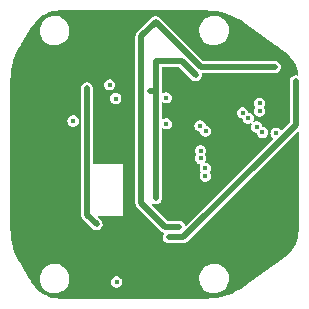
<source format=gbl>
%TF.GenerationSoftware,KiCad,Pcbnew,7.0.9*%
%TF.CreationDate,2024-09-28T05:56:50+08:00*%
%TF.ProjectId,cameraadapt,63616d65-7261-4616-9461-70742e6b6963,rev?*%
%TF.SameCoordinates,Original*%
%TF.FileFunction,Copper,L4,Bot*%
%TF.FilePolarity,Positive*%
%FSLAX46Y46*%
G04 Gerber Fmt 4.6, Leading zero omitted, Abs format (unit mm)*
G04 Created by KiCad (PCBNEW 7.0.9) date 2024-09-28 05:56:50*
%MOMM*%
%LPD*%
G01*
G04 APERTURE LIST*
%TA.AperFunction,ViaPad*%
%ADD10C,0.450000*%
%TD*%
%TA.AperFunction,Conductor*%
%ADD11C,0.508000*%
%TD*%
G04 APERTURE END LIST*
D10*
%TO.N,/MD1_N*%
X5600000Y-325000D03*
%TO.N,/MD1_P*%
X5600000Y325000D03*
%TO.N,/MD1_N*%
X9629810Y3070190D03*
%TO.N,/MD1_P*%
X9170190Y3529810D03*
%TO.N,/MCLK_N*%
X6029810Y1970190D03*
%TO.N,/MCLK_P*%
X5570190Y2429810D03*
%TO.N,/MD0_N*%
X6000000Y-1825000D03*
%TO.N,/MD0_P*%
X6000000Y-1175000D03*
X10370190Y2329810D03*
%TO.N,/MD0_N*%
X10829810Y1870190D03*
%TO.N,/MCLK_N*%
X10600000Y3675000D03*
%TO.N,/MCLK_P*%
X10600000Y4325000D03*
%TO.N,GND*%
X-4000000Y11900000D03*
X-4000000Y-11500000D03*
X3800000Y11100000D03*
X-6000000Y-3700000D03*
X-6000000Y-2300000D03*
X-6000000Y-800000D03*
X-6000000Y700000D03*
X11700000Y-1400000D03*
X4500000Y-4700000D03*
X4500000Y2300000D03*
X-5200000Y3800000D03*
X-2900000Y3200000D03*
X-4200000Y-6000000D03*
X-3200000Y-500000D03*
X2800000Y-2500000D03*
X-500000Y-6500000D03*
X600000Y-10600000D03*
X-1700000Y-9400000D03*
X11600000Y6100000D03*
X12000000Y-9000000D03*
X13000000Y-8000000D03*
X13000000Y8000000D03*
X12000000Y9000000D03*
X-2800000Y6600000D03*
X-2800000Y10000000D03*
X-300000Y10200000D03*
X-300000Y11000000D03*
X-2300000Y800000D03*
%TO.N,/XSHUTDOWN*%
X2700000Y2600000D03*
X12000000Y1800000D03*
%TO.N,+1V2*%
X13646000Y6200000D03*
%TO.N,+2V8*%
X1800000Y11200000D03*
X11900000Y7400000D03*
X3800000Y-6100000D03*
%TO.N,+1V8*%
X5200000Y6700000D03*
X1800000Y-3700000D03*
X1800000Y7900000D03*
X1300000Y5400000D03*
%TO.N,+1V2*%
X2900000Y-7000000D03*
X3800000Y-7000000D03*
%TO.N,/SDA_1V8*%
X2700000Y4800000D03*
X-1577676Y4745500D03*
%TO.N,+3.3V*%
X-3200000Y-5900000D03*
X-4000000Y5600000D03*
%TO.N,/EN*%
X-1500000Y-10800000D03*
X-2100000Y5900000D03*
X-5181480Y2834815D03*
%TD*%
D11*
%TO.N,+1V2*%
X13646000Y2496000D02*
X13646000Y6200000D01*
X11796793Y646793D02*
X13646000Y2496000D01*
X4150000Y-7000000D02*
X11796793Y646793D01*
X2900000Y-7000000D02*
X4150000Y-7000000D01*
%TO.N,+2V8*%
X600000Y10000000D02*
X1800000Y11200000D01*
X600000Y-4100000D02*
X600000Y10000000D01*
X2600000Y-6100000D02*
X600000Y-4100000D01*
X3800000Y-6100000D02*
X2600000Y-6100000D01*
X1800000Y11200000D02*
X5600000Y7400000D01*
X5600000Y7400000D02*
X11900000Y7400000D01*
%TO.N,+1V8*%
X1800000Y7900000D02*
X1800000Y5400000D01*
X1800000Y5400000D02*
X1800000Y-3700000D01*
X1300000Y5400000D02*
X1800000Y5400000D01*
X4000000Y7900000D02*
X1800000Y7900000D01*
X5200000Y6700000D02*
X4000000Y7900000D01*
%TO.N,+3.3V*%
X-4000000Y-5100000D02*
X-4000000Y5600000D01*
X-3200000Y-5900000D02*
X-4000000Y-5100000D01*
%TD*%
%TA.AperFunction,Conductor*%
%TO.N,GND*%
G36*
X6497460Y12182014D02*
G01*
X6500355Y12181786D01*
X6941561Y12129606D01*
X6944429Y12129152D01*
X7380169Y12042547D01*
X7382993Y12041870D01*
X7810619Y11921364D01*
X7813381Y11920467D01*
X8230234Y11766810D01*
X8232918Y11765699D01*
X8636438Y11579836D01*
X8639027Y11578519D01*
X9026751Y11361582D01*
X9029221Y11360070D01*
X9399940Y11112606D01*
X9438458Y11084649D01*
X9438459Y11084648D01*
X12525244Y8844239D01*
X12747157Y8683173D01*
X12784902Y8655777D01*
X12786440Y8654598D01*
X13003947Y8478629D01*
X13006829Y8476035D01*
X13204074Y8278951D01*
X13206670Y8276070D01*
X13382208Y8059454D01*
X13384488Y8056317D01*
X13536424Y7822509D01*
X13538360Y7819158D01*
X13581890Y7733778D01*
X13665003Y7570758D01*
X13666581Y7567216D01*
X13766551Y7306930D01*
X13767750Y7303243D01*
X13839954Y7033925D01*
X13840760Y7030132D01*
X13882537Y6766511D01*
X13872883Y6716822D01*
X13833547Y6684963D01*
X13788602Y6683927D01*
X13751206Y6694907D01*
X13718538Y6704500D01*
X13718536Y6704500D01*
X13573464Y6704500D01*
X13573461Y6704500D01*
X13500986Y6683219D01*
X13434268Y6663629D01*
X13312225Y6585196D01*
X13312222Y6585192D01*
X13312221Y6585192D01*
X13217223Y6475559D01*
X13217223Y6475558D01*
X13156958Y6343596D01*
X13156957Y6343593D01*
X13156957Y6343592D01*
X13141500Y6236087D01*
X13141500Y2735623D01*
X13124187Y2688057D01*
X13119826Y2683297D01*
X12503096Y2066567D01*
X12457220Y2045175D01*
X12408325Y2058276D01*
X12394846Y2070431D01*
X12314589Y2163055D01*
X12199561Y2236978D01*
X12155829Y2249818D01*
X12068369Y2275500D01*
X12068367Y2275500D01*
X11931633Y2275500D01*
X11931631Y2275500D01*
X11800439Y2236978D01*
X11685411Y2163055D01*
X11595870Y2059718D01*
X11547050Y1952818D01*
X11539068Y1935339D01*
X11519610Y1800000D01*
X11539068Y1664660D01*
X11595871Y1540280D01*
X11685410Y1436946D01*
X11685416Y1436941D01*
X11722647Y1413014D01*
X11753302Y1372733D01*
X11750893Y1322172D01*
X11734965Y1298436D01*
X11465572Y1029043D01*
X4416425Y-6020103D01*
X4370549Y-6041495D01*
X4321654Y-6028394D01*
X4293097Y-5988626D01*
X4263629Y-5888269D01*
X4263629Y-5888268D01*
X4185196Y-5766225D01*
X4185192Y-5766222D01*
X4185192Y-5766221D01*
X4075559Y-5671223D01*
X4040924Y-5655406D01*
X3943596Y-5610958D01*
X3943591Y-5610957D01*
X3943592Y-5610957D01*
X3836087Y-5595500D01*
X3836083Y-5595500D01*
X2839623Y-5595500D01*
X2792057Y-5578187D01*
X2787297Y-5573826D01*
X1484024Y-4270553D01*
X1462632Y-4224677D01*
X1475733Y-4175782D01*
X1517197Y-4146748D01*
X1567624Y-4151160D01*
X1576348Y-4155968D01*
X1588268Y-4163629D01*
X1695576Y-4195137D01*
X1727460Y-4204499D01*
X1727462Y-4204500D01*
X1727464Y-4204500D01*
X1872538Y-4204500D01*
X1872539Y-4204499D01*
X2011732Y-4163629D01*
X2133775Y-4085196D01*
X2228777Y-3975558D01*
X2289042Y-3843596D01*
X2304500Y-3736083D01*
X2304500Y-325000D01*
X5119610Y-325000D01*
X5139068Y-460339D01*
X5139068Y-460340D01*
X5139069Y-460342D01*
X5195870Y-584718D01*
X5285411Y-688055D01*
X5400439Y-761978D01*
X5531631Y-800500D01*
X5534115Y-800500D01*
X5535736Y-801090D01*
X5536869Y-801253D01*
X5536834Y-801489D01*
X5581681Y-817813D01*
X5606991Y-861650D01*
X5598201Y-911500D01*
X5596369Y-914506D01*
X5595870Y-915281D01*
X5539068Y-1039660D01*
X5519610Y-1175000D01*
X5539068Y-1310339D01*
X5595870Y-1434718D01*
X5595871Y-1434719D01*
X5610447Y-1451542D01*
X5628511Y-1498828D01*
X5611953Y-1546663D01*
X5610447Y-1548458D01*
X5595871Y-1565280D01*
X5595870Y-1565281D01*
X5539068Y-1689660D01*
X5519610Y-1825000D01*
X5539068Y-1960339D01*
X5539068Y-1960340D01*
X5539069Y-1960342D01*
X5595870Y-2084718D01*
X5685411Y-2188055D01*
X5800439Y-2261978D01*
X5931631Y-2300500D01*
X5931633Y-2300500D01*
X6068368Y-2300500D01*
X6133964Y-2281239D01*
X6199561Y-2261978D01*
X6314589Y-2188055D01*
X6404130Y-2084718D01*
X6460931Y-1960342D01*
X6480390Y-1825000D01*
X6460931Y-1689658D01*
X6404130Y-1565282D01*
X6389551Y-1548457D01*
X6371487Y-1501175D01*
X6388042Y-1453340D01*
X6389505Y-1451595D01*
X6404130Y-1434718D01*
X6460931Y-1310342D01*
X6480390Y-1175000D01*
X6460931Y-1039658D01*
X6404130Y-915282D01*
X6314589Y-811945D01*
X6314585Y-811942D01*
X6236838Y-761978D01*
X6199561Y-738022D01*
X6199560Y-738021D01*
X6068369Y-699500D01*
X6068367Y-699500D01*
X6065885Y-699500D01*
X6064263Y-698909D01*
X6063131Y-698747D01*
X6063165Y-698510D01*
X6018319Y-682187D01*
X5993009Y-638350D01*
X6001799Y-588500D01*
X6003631Y-585494D01*
X6004126Y-584722D01*
X6004130Y-584718D01*
X6060931Y-460342D01*
X6080390Y-325000D01*
X6060931Y-189658D01*
X6004130Y-65282D01*
X5989551Y-48457D01*
X5971487Y-1175D01*
X5988042Y46660D01*
X5989505Y48404D01*
X6004130Y65282D01*
X6060931Y189658D01*
X6080390Y325000D01*
X6060931Y460342D01*
X6004130Y584718D01*
X5914589Y688055D01*
X5799561Y761978D01*
X5755829Y774818D01*
X5668369Y800500D01*
X5668367Y800500D01*
X5531633Y800500D01*
X5531631Y800500D01*
X5400439Y761978D01*
X5285411Y688055D01*
X5195870Y584718D01*
X5139069Y460342D01*
X5139068Y460339D01*
X5119610Y325000D01*
X5139068Y189660D01*
X5195870Y65281D01*
X5195871Y65280D01*
X5210447Y48458D01*
X5228511Y1172D01*
X5211953Y-46663D01*
X5210447Y-48458D01*
X5195871Y-65280D01*
X5195870Y-65281D01*
X5139068Y-189660D01*
X5119610Y-325000D01*
X2304500Y-325000D01*
X2304500Y2153422D01*
X2321813Y2200988D01*
X2365650Y2226298D01*
X2415500Y2217508D01*
X2418507Y2215675D01*
X2500437Y2163023D01*
X2500439Y2163021D01*
X2631631Y2124500D01*
X2631633Y2124500D01*
X2768369Y2124500D01*
X2899560Y2163021D01*
X2899561Y2163022D01*
X2998022Y2226298D01*
X3014585Y2236942D01*
X3014589Y2236945D01*
X3104130Y2340282D01*
X3145016Y2429810D01*
X5089800Y2429810D01*
X5109258Y2294470D01*
X5166061Y2170090D01*
X5223964Y2103265D01*
X5252711Y2070090D01*
X5255604Y2066752D01*
X5370627Y1992833D01*
X5370629Y1992831D01*
X5506902Y1952818D01*
X5506203Y1950439D01*
X5542559Y1930944D01*
X5560639Y1892155D01*
X5568878Y1834850D01*
X5625681Y1710470D01*
X5683584Y1643645D01*
X5712331Y1610470D01*
X5715224Y1607132D01*
X5830247Y1533213D01*
X5830249Y1533211D01*
X5961441Y1494690D01*
X5961443Y1494690D01*
X6098179Y1494690D01*
X6229370Y1533211D01*
X6229371Y1533212D01*
X6281617Y1566788D01*
X6344395Y1607132D01*
X6344399Y1607135D01*
X6433940Y1710472D01*
X6490741Y1834848D01*
X6510200Y1970190D01*
X6490741Y2105532D01*
X6433940Y2229908D01*
X6344399Y2333245D01*
X6229371Y2407168D01*
X6187948Y2419330D01*
X6093098Y2447182D01*
X6093799Y2449571D01*
X6057481Y2469008D01*
X6039360Y2507846D01*
X6031121Y2565149D01*
X6031121Y2565152D01*
X5974320Y2689528D01*
X5884779Y2792865D01*
X5769751Y2866788D01*
X5726019Y2879628D01*
X5638559Y2905310D01*
X5638557Y2905310D01*
X5501823Y2905310D01*
X5501821Y2905310D01*
X5380468Y2869677D01*
X5370629Y2866788D01*
X5255601Y2792865D01*
X5166060Y2689528D01*
X5116365Y2580712D01*
X5109258Y2565149D01*
X5089800Y2429810D01*
X3145016Y2429810D01*
X3160931Y2464658D01*
X3180390Y2600000D01*
X3160931Y2735342D01*
X3104130Y2859718D01*
X3014589Y2963055D01*
X2899561Y3036978D01*
X2840534Y3054310D01*
X2768369Y3075500D01*
X2768367Y3075500D01*
X2631633Y3075500D01*
X2631631Y3075500D01*
X2500439Y3036978D01*
X2418507Y2984324D01*
X2369132Y2973172D01*
X2324140Y2996368D01*
X2304584Y3043056D01*
X2304500Y3046577D01*
X2304500Y3529810D01*
X8689800Y3529810D01*
X8709258Y3394470D01*
X8766061Y3270090D01*
X8855604Y3166752D01*
X8970627Y3092833D01*
X8970629Y3092831D01*
X9106902Y3052818D01*
X9106203Y3050439D01*
X9142559Y3030944D01*
X9160639Y2992155D01*
X9168878Y2934850D01*
X9168879Y2934848D01*
X9203189Y2859719D01*
X9225681Y2810470D01*
X9315224Y2707132D01*
X9430247Y2633213D01*
X9430249Y2633211D01*
X9561441Y2594690D01*
X9561443Y2594690D01*
X9698179Y2594690D01*
X9829370Y2633211D01*
X9829373Y2633213D01*
X9839065Y2639442D01*
X9888440Y2650595D01*
X9933432Y2627400D01*
X9952989Y2580712D01*
X9946386Y2546450D01*
X9909258Y2465151D01*
X9889800Y2329810D01*
X9909258Y2194470D01*
X9966061Y2070090D01*
X10023964Y2003265D01*
X10033005Y1992832D01*
X10055604Y1966752D01*
X10170627Y1892833D01*
X10170629Y1892831D01*
X10306902Y1852818D01*
X10306203Y1850439D01*
X10342559Y1830944D01*
X10360639Y1792155D01*
X10368878Y1734850D01*
X10425681Y1610470D01*
X10483584Y1543645D01*
X10492625Y1533212D01*
X10515224Y1507132D01*
X10630247Y1433213D01*
X10630249Y1433211D01*
X10761441Y1394690D01*
X10761443Y1394690D01*
X10898179Y1394690D01*
X11029370Y1433211D01*
X11029371Y1433212D01*
X11125034Y1494690D01*
X11144395Y1507132D01*
X11144399Y1507135D01*
X11233940Y1610472D01*
X11290741Y1734848D01*
X11310200Y1870190D01*
X11290741Y2005532D01*
X11233940Y2129908D01*
X11144399Y2233245D01*
X11029371Y2307168D01*
X10987948Y2319330D01*
X10893098Y2347182D01*
X10893799Y2349571D01*
X10857481Y2369008D01*
X10839360Y2407846D01*
X10833919Y2445690D01*
X10831121Y2465152D01*
X10774320Y2589528D01*
X10684779Y2692865D01*
X10569751Y2766788D01*
X10526019Y2779628D01*
X10438559Y2805310D01*
X10438557Y2805310D01*
X10301823Y2805310D01*
X10301821Y2805310D01*
X10170629Y2766788D01*
X10170624Y2766785D01*
X10160935Y2760558D01*
X10111560Y2749404D01*
X10066568Y2772598D01*
X10047010Y2819286D01*
X10053613Y2853550D01*
X10056430Y2859718D01*
X10090741Y2934848D01*
X10110200Y3070190D01*
X10090741Y3205532D01*
X10033940Y3329908D01*
X9944399Y3433245D01*
X9829371Y3507168D01*
X9787948Y3519330D01*
X9693098Y3547182D01*
X9693799Y3549571D01*
X9657481Y3569008D01*
X9639360Y3607846D01*
X9631121Y3665149D01*
X9631121Y3665152D01*
X9626624Y3675000D01*
X10119610Y3675000D01*
X10139068Y3539660D01*
X10195871Y3415280D01*
X10285414Y3311942D01*
X10400437Y3238023D01*
X10400439Y3238021D01*
X10531631Y3199500D01*
X10531633Y3199500D01*
X10668369Y3199500D01*
X10799560Y3238021D01*
X10799561Y3238022D01*
X10912053Y3310315D01*
X10914585Y3311942D01*
X10914589Y3311945D01*
X11004130Y3415282D01*
X11060931Y3539658D01*
X11080390Y3675000D01*
X11060931Y3810342D01*
X11004130Y3934718D01*
X10989551Y3951542D01*
X10971487Y3998825D01*
X10988042Y4046660D01*
X10989505Y4048404D01*
X11004130Y4065282D01*
X11060931Y4189658D01*
X11080390Y4325000D01*
X11060931Y4460342D01*
X11004130Y4584718D01*
X10914589Y4688055D01*
X10799561Y4761978D01*
X10755829Y4774818D01*
X10668369Y4800500D01*
X10668367Y4800500D01*
X10531633Y4800500D01*
X10531631Y4800500D01*
X10400439Y4761978D01*
X10285411Y4688055D01*
X10195870Y4584718D01*
X10139069Y4460342D01*
X10139068Y4460339D01*
X10119610Y4325000D01*
X10139068Y4189660D01*
X10195870Y4065281D01*
X10195871Y4065280D01*
X10210447Y4048458D01*
X10228511Y4001172D01*
X10211953Y3953337D01*
X10210447Y3951542D01*
X10195871Y3934719D01*
X10195870Y3934718D01*
X10139068Y3810339D01*
X10119610Y3675000D01*
X9626624Y3675000D01*
X9574320Y3789528D01*
X9484779Y3892865D01*
X9369751Y3966788D01*
X9326019Y3979628D01*
X9238559Y4005310D01*
X9238557Y4005310D01*
X9101823Y4005310D01*
X9101821Y4005310D01*
X8970629Y3966788D01*
X8855601Y3892865D01*
X8766060Y3789528D01*
X8709259Y3665152D01*
X8709258Y3665149D01*
X8689800Y3529810D01*
X2304500Y3529810D01*
X2304500Y4353422D01*
X2321813Y4400988D01*
X2365650Y4426298D01*
X2415500Y4417508D01*
X2418507Y4415675D01*
X2500437Y4363023D01*
X2500439Y4363021D01*
X2631631Y4324500D01*
X2631633Y4324500D01*
X2768369Y4324500D01*
X2899560Y4363021D01*
X2899561Y4363022D01*
X2998022Y4426298D01*
X3014585Y4436942D01*
X3014589Y4436945D01*
X3104130Y4540282D01*
X3160931Y4664658D01*
X3180390Y4800000D01*
X3160931Y4935342D01*
X3104130Y5059718D01*
X3014589Y5163055D01*
X2899561Y5236978D01*
X2855829Y5249818D01*
X2768369Y5275500D01*
X2768367Y5275500D01*
X2631633Y5275500D01*
X2631631Y5275500D01*
X2500439Y5236978D01*
X2437248Y5196368D01*
X2418507Y5184324D01*
X2369132Y5173172D01*
X2324140Y5196368D01*
X2304584Y5243056D01*
X2304500Y5246577D01*
X2304500Y7321500D01*
X2321813Y7369066D01*
X2365650Y7394376D01*
X2378500Y7395500D01*
X3760377Y7395500D01*
X3807943Y7378187D01*
X3812703Y7373826D01*
X4868779Y6317749D01*
X4955733Y6252657D01*
X5091658Y6201959D01*
X5236353Y6191610D01*
X5236362Y6191611D01*
X5378118Y6222448D01*
X5378119Y6222448D01*
X5505439Y6291971D01*
X5505441Y6291972D01*
X5505444Y6291974D01*
X5608026Y6394556D01*
X5677552Y6521882D01*
X5708389Y6663640D01*
X5708389Y6663646D01*
X5697663Y6813621D01*
X5699686Y6813765D01*
X5705400Y6855920D01*
X5742851Y6889975D01*
X5770908Y6895500D01*
X11936087Y6895500D01*
X12043592Y6910957D01*
X12043593Y6910957D01*
X12043596Y6910958D01*
X12128600Y6949778D01*
X12175559Y6971223D01*
X12285192Y7066221D01*
X12285192Y7066222D01*
X12285196Y7066225D01*
X12363629Y7188268D01*
X12404499Y7327460D01*
X12404500Y7327461D01*
X12404500Y7472538D01*
X12404499Y7472539D01*
X12384307Y7541308D01*
X12363629Y7611732D01*
X12285196Y7733775D01*
X12175558Y7828777D01*
X12043596Y7889042D01*
X11936083Y7904500D01*
X11936077Y7904500D01*
X5839623Y7904500D01*
X5792057Y7921813D01*
X5787297Y7926174D01*
X3996295Y9717176D01*
X3269800Y10443671D01*
X5495709Y10443671D01*
X5525924Y10220618D01*
X5525926Y10220607D01*
X5595481Y10006539D01*
X5595486Y10006529D01*
X5702149Y9808315D01*
X5702150Y9808314D01*
X5842489Y9632336D01*
X6012002Y9484236D01*
X6012008Y9484231D01*
X6205236Y9368784D01*
X6415972Y9289694D01*
X6415971Y9289694D01*
X6415975Y9289693D01*
X6415976Y9289693D01*
X6637453Y9249500D01*
X6637456Y9249500D01*
X6806157Y9249500D01*
X6918177Y9259582D01*
X6974188Y9264623D01*
X7191170Y9324507D01*
X7393973Y9422171D01*
X7393975Y9422172D01*
X7576074Y9554474D01*
X7731633Y9717176D01*
X7855636Y9905034D01*
X7918734Y10052659D01*
X7944103Y10112012D01*
X7994191Y10331463D01*
X7999230Y10443670D01*
X8004290Y10556321D01*
X8004290Y10556330D01*
X7989091Y10668533D01*
X7974075Y10779387D01*
X7904517Y10993464D01*
X7797852Y11191681D01*
X7657508Y11367666D01*
X7487996Y11515765D01*
X7294764Y11631215D01*
X7084024Y11710307D01*
X6862547Y11750500D01*
X6693845Y11750500D01*
X6693843Y11750500D01*
X6668211Y11748192D01*
X6525812Y11735377D01*
X6308830Y11675493D01*
X6106027Y11577829D01*
X6106024Y11577827D01*
X5923925Y11445525D01*
X5768366Y11282823D01*
X5644363Y11094965D01*
X5555898Y10887990D01*
X5555896Y10887985D01*
X5505808Y10668533D01*
X5495709Y10443678D01*
X5495709Y10443671D01*
X3269800Y10443671D01*
X2131221Y11582250D01*
X2131219Y11582250D01*
X2127006Y11586464D01*
X2127000Y11586468D01*
X2105444Y11608026D01*
X2078084Y11622964D01*
X2069228Y11628656D01*
X2044267Y11647343D01*
X2015063Y11658234D01*
X2005460Y11662621D01*
X1978118Y11677552D01*
X1947651Y11684179D01*
X1937549Y11687145D01*
X1908342Y11698040D01*
X1877250Y11700263D01*
X1866804Y11701766D01*
X1836366Y11708388D01*
X1836365Y11708388D01*
X1836360Y11708389D01*
X1805270Y11706165D01*
X1794730Y11706165D01*
X1763640Y11708389D01*
X1733186Y11701763D01*
X1722748Y11700263D01*
X1691658Y11698040D01*
X1691655Y11698039D01*
X1691654Y11698039D01*
X1662460Y11687149D01*
X1652343Y11684177D01*
X1621882Y11677552D01*
X1594526Y11662614D01*
X1584928Y11658231D01*
X1555733Y11647342D01*
X1555732Y11647341D01*
X1530787Y11628668D01*
X1521905Y11622959D01*
X1494555Y11608026D01*
X1494554Y11608025D01*
X287241Y10400712D01*
X274923Y10390786D01*
X266225Y10385196D01*
X266222Y10385193D01*
X266221Y10385192D01*
X231392Y10344997D01*
X229592Y10343063D01*
X217748Y10331219D01*
X207711Y10317811D01*
X206053Y10315755D01*
X171222Y10275557D01*
X166926Y10266150D01*
X158857Y10252550D01*
X152656Y10244265D01*
X134066Y10194423D01*
X133055Y10191982D01*
X110958Y10143596D01*
X110956Y10143589D01*
X109484Y10133354D01*
X105573Y10118030D01*
X101960Y10108342D01*
X101959Y10108338D01*
X98164Y10055283D01*
X97882Y10052659D01*
X95500Y10036085D01*
X95500Y10019331D01*
X95406Y10016713D01*
X92578Y9977165D01*
X91611Y9963644D01*
X91611Y9963640D01*
X93809Y9953535D01*
X95500Y9937806D01*
X95500Y-4037806D01*
X93809Y-4053535D01*
X91611Y-4063636D01*
X91611Y-4063640D01*
X95406Y-4116713D01*
X95500Y-4119331D01*
X95500Y-4136085D01*
X97882Y-4152659D01*
X98164Y-4155283D01*
X101959Y-4208338D01*
X101960Y-4208342D01*
X105573Y-4218030D01*
X109484Y-4233354D01*
X110956Y-4243589D01*
X110958Y-4243596D01*
X133055Y-4291982D01*
X134066Y-4294423D01*
X152656Y-4344265D01*
X158857Y-4352550D01*
X166926Y-4366150D01*
X171222Y-4375557D01*
X206053Y-4415755D01*
X207711Y-4417811D01*
X217748Y-4431219D01*
X229592Y-4443063D01*
X231392Y-4444997D01*
X266221Y-4485192D01*
X266222Y-4485193D01*
X266225Y-4485196D01*
X274923Y-4490786D01*
X287241Y-4500712D01*
X2199287Y-6412758D01*
X2209211Y-6425073D01*
X2214804Y-6433775D01*
X2255014Y-6468617D01*
X2256935Y-6470406D01*
X2268779Y-6482250D01*
X2278883Y-6489813D01*
X2282180Y-6492282D01*
X2284236Y-6493938D01*
X2324442Y-6528777D01*
X2333847Y-6533072D01*
X2347453Y-6541145D01*
X2355733Y-6547343D01*
X2405578Y-6565934D01*
X2408007Y-6566940D01*
X2461219Y-6591241D01*
X2460155Y-6593569D01*
X2493178Y-6617889D01*
X2505107Y-6667083D01*
X2493817Y-6698880D01*
X2436371Y-6788266D01*
X2436370Y-6788270D01*
X2395500Y-6927460D01*
X2395500Y-7072539D01*
X2396961Y-7077513D01*
X2436371Y-7211732D01*
X2514804Y-7333775D01*
X2514806Y-7333777D01*
X2514807Y-7333778D01*
X2624440Y-7428776D01*
X2624441Y-7428776D01*
X2624442Y-7428777D01*
X2756404Y-7489042D01*
X2863917Y-7504500D01*
X4087806Y-7504500D01*
X4103535Y-7506191D01*
X4108772Y-7507330D01*
X4113640Y-7508389D01*
X4166713Y-7504593D01*
X4169333Y-7504500D01*
X4186079Y-7504500D01*
X4186083Y-7504500D01*
X4202692Y-7502111D01*
X4205266Y-7501835D01*
X4258342Y-7498040D01*
X4268030Y-7494425D01*
X4283356Y-7490513D01*
X4293596Y-7489042D01*
X4341979Y-7466946D01*
X4344421Y-7465934D01*
X4394264Y-7447344D01*
X4394263Y-7447344D01*
X4394267Y-7447343D01*
X4402547Y-7441144D01*
X4416153Y-7433071D01*
X4425558Y-7428777D01*
X4465773Y-7393929D01*
X4467800Y-7392295D01*
X4481221Y-7382250D01*
X4493061Y-7370409D01*
X4494970Y-7368629D01*
X4535196Y-7333775D01*
X4540786Y-7325074D01*
X4550707Y-7312762D01*
X12179043Y315572D01*
X13773174Y1909703D01*
X13819050Y1931095D01*
X13867945Y1917994D01*
X13896979Y1876530D01*
X13899500Y1857377D01*
X13899500Y-6469550D01*
X13899449Y-6471479D01*
X13887524Y-6698880D01*
X13884797Y-6750885D01*
X13884391Y-6754742D01*
X13840749Y-7030133D01*
X13839943Y-7033926D01*
X13767741Y-7303239D01*
X13766542Y-7306926D01*
X13666571Y-7567214D01*
X13664993Y-7570756D01*
X13538352Y-7819154D01*
X13536412Y-7822511D01*
X13384487Y-8056305D01*
X13382207Y-8059441D01*
X13206657Y-8276074D01*
X13204061Y-8278954D01*
X13006829Y-8476030D01*
X13003946Y-8478623D01*
X12786409Y-8654620D01*
X12784871Y-8655799D01*
X12747155Y-8683175D01*
X9441636Y-11082341D01*
X9441620Y-11082354D01*
X9438458Y-11084648D01*
X9438458Y-11084649D01*
X9399940Y-11112606D01*
X9029221Y-11360070D01*
X9026751Y-11361582D01*
X8639027Y-11578519D01*
X8636438Y-11579836D01*
X8232918Y-11765699D01*
X8230234Y-11766810D01*
X7813381Y-11920467D01*
X7810619Y-11921364D01*
X7382993Y-12041870D01*
X7380169Y-12042547D01*
X6944429Y-12129152D01*
X6941561Y-12129606D01*
X6500355Y-12181786D01*
X6497460Y-12182014D01*
X6052080Y-12199500D01*
X-6332282Y-12199500D01*
X-6334367Y-12199441D01*
X-6634813Y-12182494D01*
X-6638957Y-12182025D01*
X-6786746Y-12156804D01*
X-6934546Y-12131580D01*
X-6938602Y-12130651D01*
X-6942213Y-12129606D01*
X-7002063Y-12112284D01*
X-7226651Y-12047283D01*
X-7230585Y-12045900D01*
X-7507425Y-11930674D01*
X-7511179Y-11928857D01*
X-7773314Y-11783226D01*
X-7776839Y-11780998D01*
X-8020923Y-11606824D01*
X-8024176Y-11604214D01*
X-8247138Y-11403686D01*
X-8250077Y-11400727D01*
X-8449065Y-11176409D01*
X-8451652Y-11173138D01*
X-8624773Y-10926988D01*
X-8625931Y-10925237D01*
X-8627510Y-10922698D01*
X-8855473Y-10556330D01*
X-8004290Y-10556330D01*
X-7974075Y-10779387D01*
X-7904517Y-10993464D01*
X-7797852Y-11191681D01*
X-7657508Y-11367666D01*
X-7487996Y-11515765D01*
X-7294764Y-11631215D01*
X-7084024Y-11710307D01*
X-6862547Y-11750500D01*
X-6862544Y-11750500D01*
X-6693843Y-11750500D01*
X-6668211Y-11748192D01*
X-6525812Y-11735377D01*
X-6308830Y-11675493D01*
X-6106027Y-11577829D01*
X-6020600Y-11515763D01*
X-5923925Y-11445525D01*
X-5768366Y-11282823D01*
X-5644363Y-11094965D01*
X-5555898Y-10887990D01*
X-5555896Y-10887985D01*
X-5535814Y-10800000D01*
X-1980390Y-10800000D01*
X-1960931Y-10935342D01*
X-1904130Y-11059718D01*
X-1814589Y-11163055D01*
X-1699561Y-11236978D01*
X-1633964Y-11256239D01*
X-1568368Y-11275500D01*
X-1568367Y-11275500D01*
X-1431631Y-11275500D01*
X-1300439Y-11236978D01*
X-1185411Y-11163055D01*
X-1095870Y-11059718D01*
X-1039069Y-10935342D01*
X-1039068Y-10935340D01*
X-1039068Y-10935339D01*
X-1019610Y-10800000D01*
X-1039068Y-10664660D01*
X-1088542Y-10556328D01*
X5495709Y-10556328D01*
X5525924Y-10779381D01*
X5525926Y-10779392D01*
X5595481Y-10993460D01*
X5595486Y-10993470D01*
X5702149Y-11191684D01*
X5702150Y-11191685D01*
X5842489Y-11367663D01*
X5842491Y-11367664D01*
X5842492Y-11367666D01*
X6012002Y-11515763D01*
X6012008Y-11515768D01*
X6162378Y-11605609D01*
X6205236Y-11631215D01*
X6415976Y-11710307D01*
X6637453Y-11750500D01*
X6637456Y-11750500D01*
X6806157Y-11750500D01*
X6829972Y-11748356D01*
X6974188Y-11735377D01*
X7191170Y-11675493D01*
X7393973Y-11577829D01*
X7576078Y-11445522D01*
X7731632Y-11282825D01*
X7855635Y-11094968D01*
X7944103Y-10887988D01*
X7994191Y-10668537D01*
X7999230Y-10556330D01*
X8004290Y-10443678D01*
X8004290Y-10443670D01*
X8003379Y-10436942D01*
X7974075Y-10220613D01*
X7904517Y-10006536D01*
X7797852Y-9808319D01*
X7797850Y-9808315D01*
X7797849Y-9808314D01*
X7657510Y-9632336D01*
X7568390Y-9554474D01*
X7487996Y-9484235D01*
X7487995Y-9484234D01*
X7487991Y-9484231D01*
X7294763Y-9368784D01*
X7084027Y-9289694D01*
X7084028Y-9289694D01*
X7084025Y-9289693D01*
X7084024Y-9289693D01*
X6862547Y-9249500D01*
X6693845Y-9249500D01*
X6693843Y-9249500D01*
X6525812Y-9264623D01*
X6308829Y-9324507D01*
X6106024Y-9422172D01*
X5923925Y-9554474D01*
X5768366Y-9717176D01*
X5644363Y-9905034D01*
X5555898Y-10112009D01*
X5555896Y-10112014D01*
X5505808Y-10331466D01*
X5495709Y-10556321D01*
X5495709Y-10556328D01*
X-1088542Y-10556328D01*
X-1095871Y-10540280D01*
X-1185414Y-10436942D01*
X-1300437Y-10363023D01*
X-1300439Y-10363021D01*
X-1431631Y-10324500D01*
X-1431633Y-10324500D01*
X-1568367Y-10324500D01*
X-1568369Y-10324500D01*
X-1699560Y-10363021D01*
X-1699561Y-10363022D01*
X-1751807Y-10396598D01*
X-1814585Y-10436942D01*
X-1814589Y-10436945D01*
X-1904130Y-10540282D01*
X-1960931Y-10664658D01*
X-1980390Y-10800000D01*
X-5535814Y-10800000D01*
X-5505808Y-10668533D01*
X-5495709Y-10443678D01*
X-5495710Y-10443670D01*
X-5525924Y-10220618D01*
X-5525926Y-10220607D01*
X-5595481Y-10006539D01*
X-5595486Y-10006529D01*
X-5702149Y-9808315D01*
X-5702150Y-9808314D01*
X-5842489Y-9632336D01*
X-6012002Y-9484236D01*
X-6012008Y-9484231D01*
X-6205236Y-9368784D01*
X-6415972Y-9289694D01*
X-6415971Y-9289694D01*
X-6415975Y-9289693D01*
X-6415976Y-9289693D01*
X-6637453Y-9249500D01*
X-6806155Y-9249500D01*
X-6806157Y-9249500D01*
X-6918177Y-9259582D01*
X-6974188Y-9264623D01*
X-7090806Y-9296808D01*
X-7191170Y-9324507D01*
X-7393975Y-9422172D01*
X-7576074Y-9554474D01*
X-7576077Y-9554477D01*
X-7576078Y-9554478D01*
X-7731632Y-9717175D01*
X-7855635Y-9905032D01*
X-7944103Y-10112012D01*
X-7994191Y-10331463D01*
X-7994191Y-10331466D01*
X-8003569Y-10540282D01*
X-8004290Y-10556330D01*
X-8855473Y-10556330D01*
X-8865458Y-10540282D01*
X-8975753Y-10363021D01*
X-9639174Y-9296808D01*
X-9836176Y-8954180D01*
X-9837381Y-8951904D01*
X-10009496Y-8597626D01*
X-10010540Y-8595272D01*
X-10157615Y-8229874D01*
X-10158492Y-8227453D01*
X-10279809Y-7852708D01*
X-10280516Y-7850233D01*
X-10375489Y-7467963D01*
X-10376023Y-7465444D01*
X-10379204Y-7447343D01*
X-10444188Y-7077503D01*
X-10444544Y-7074963D01*
X-10485576Y-6683219D01*
X-10485755Y-6680650D01*
X-10499500Y-6285714D01*
X-10499500Y-5063640D01*
X-4508389Y-5063640D01*
X-4504593Y-5116713D01*
X-4504500Y-5119331D01*
X-4504500Y-5136083D01*
X-4502111Y-5152692D01*
X-4501835Y-5155266D01*
X-4498040Y-5208342D01*
X-4494427Y-5218026D01*
X-4490513Y-5233356D01*
X-4489042Y-5243596D01*
X-4489040Y-5243600D01*
X-4466946Y-5291979D01*
X-4465934Y-5294420D01*
X-4447343Y-5344267D01*
X-4441144Y-5352547D01*
X-4433071Y-5366153D01*
X-4428777Y-5375558D01*
X-4393929Y-5415773D01*
X-4392295Y-5417800D01*
X-4382250Y-5431221D01*
X-4370410Y-5443060D01*
X-4368629Y-5444970D01*
X-4333775Y-5485196D01*
X-4325074Y-5490786D01*
X-4312762Y-5500707D01*
X-3531221Y-6282250D01*
X-3444267Y-6347343D01*
X-3444265Y-6347343D01*
X-3444265Y-6347344D01*
X-3363276Y-6377551D01*
X-3308342Y-6398040D01*
X-3242568Y-6402744D01*
X-3163646Y-6408389D01*
X-3163643Y-6408388D01*
X-3163640Y-6408389D01*
X-3021882Y-6377552D01*
X-3021879Y-6377550D01*
X-3021877Y-6377550D01*
X-2894560Y-6308029D01*
X-2894558Y-6308028D01*
X-2894557Y-6308027D01*
X-2894555Y-6308026D01*
X-2791974Y-6205445D01*
X-2791972Y-6205442D01*
X-2791971Y-6205441D01*
X-2791970Y-6205439D01*
X-2722449Y-6078122D01*
X-2722448Y-6078118D01*
X-2691611Y-5936360D01*
X-2691610Y-5936353D01*
X-2701959Y-5791662D01*
X-2701960Y-5791654D01*
X-2752655Y-5655734D01*
X-2752656Y-5655733D01*
X-2817752Y-5568776D01*
X-3060203Y-5326326D01*
X-3081595Y-5280450D01*
X-3068494Y-5231555D01*
X-3027030Y-5202521D01*
X-3007877Y-5200000D01*
X-1000000Y-5200000D01*
X-1000000Y-800000D01*
X-3400000Y-800000D01*
X-3421500Y-800000D01*
X-3469066Y-782687D01*
X-3494376Y-738850D01*
X-3495500Y-726000D01*
X-3495500Y4745500D01*
X-2058066Y4745500D01*
X-2038607Y4610158D01*
X-1981806Y4485782D01*
X-1892265Y4382445D01*
X-1892261Y4382442D01*
X-1847104Y4353422D01*
X-1777237Y4308522D01*
X-1777236Y4308521D01*
X-1646045Y4270000D01*
X-1646043Y4270000D01*
X-1509307Y4270000D01*
X-1378115Y4308521D01*
X-1378113Y4308523D01*
X-1263090Y4382442D01*
X-1173547Y4485780D01*
X-1116744Y4610160D01*
X-1097286Y4745500D01*
X-1116744Y4880839D01*
X-1116745Y4880842D01*
X-1173546Y5005218D01*
X-1263087Y5108555D01*
X-1378115Y5182478D01*
X-1384402Y5184324D01*
X-1509307Y5221000D01*
X-1509309Y5221000D01*
X-1646043Y5221000D01*
X-1646045Y5221000D01*
X-1729932Y5196368D01*
X-1777237Y5182478D01*
X-1892265Y5108555D01*
X-1981806Y5005218D01*
X-2038607Y4880842D01*
X-2058066Y4745500D01*
X-3495500Y4745500D01*
X-3495500Y5636087D01*
X-3510957Y5743592D01*
X-3510957Y5743593D01*
X-3510958Y5743596D01*
X-3549778Y5828600D01*
X-3571223Y5875559D01*
X-3592401Y5900000D01*
X-2580390Y5900000D01*
X-2560931Y5764658D01*
X-2504130Y5640282D01*
X-2414589Y5536945D01*
X-2414585Y5536942D01*
X-2351807Y5496598D01*
X-2299561Y5463022D01*
X-2299560Y5463021D01*
X-2168369Y5424500D01*
X-2168367Y5424500D01*
X-2031631Y5424500D01*
X-1900439Y5463021D01*
X-1900437Y5463023D01*
X-1785414Y5536942D01*
X-1695871Y5640280D01*
X-1639068Y5764660D01*
X-1619610Y5900000D01*
X-1639068Y6035339D01*
X-1639069Y6035342D01*
X-1695870Y6159718D01*
X-1785411Y6263055D01*
X-1900439Y6336978D01*
X-1922978Y6343596D01*
X-2031631Y6375500D01*
X-2031633Y6375500D01*
X-2168367Y6375500D01*
X-2168369Y6375500D01*
X-2255829Y6349818D01*
X-2299561Y6336978D01*
X-2414589Y6263055D01*
X-2504130Y6159718D01*
X-2560931Y6035342D01*
X-2580390Y5900000D01*
X-3592401Y5900000D01*
X-3666221Y5985192D01*
X-3666222Y5985192D01*
X-3666225Y5985196D01*
X-3788268Y6063629D01*
X-3843946Y6079977D01*
X-3927461Y6104500D01*
X-3927464Y6104500D01*
X-4072536Y6104500D01*
X-4072539Y6104500D01*
X-4142134Y6084064D01*
X-4211732Y6063629D01*
X-4333775Y5985196D01*
X-4428777Y5875558D01*
X-4489042Y5743596D01*
X-4504500Y5636083D01*
X-4504500Y5636077D01*
X-4504500Y-5037806D01*
X-4506191Y-5053535D01*
X-4508389Y-5063640D01*
X-10499500Y-5063640D01*
X-10499500Y2834815D01*
X-5661870Y2834815D01*
X-5642411Y2699473D01*
X-5585610Y2575097D01*
X-5496069Y2471760D01*
X-5496065Y2471757D01*
X-5455503Y2445690D01*
X-5381041Y2397837D01*
X-5381040Y2397836D01*
X-5249849Y2359315D01*
X-5249847Y2359315D01*
X-5113111Y2359315D01*
X-4981919Y2397836D01*
X-4981917Y2397838D01*
X-4866894Y2471757D01*
X-4777351Y2575095D01*
X-4720548Y2699475D01*
X-4701090Y2834815D01*
X-4720548Y2970154D01*
X-4727019Y2984324D01*
X-4777350Y3094533D01*
X-4866891Y3197870D01*
X-4981919Y3271793D01*
X-5113111Y3310315D01*
X-5113113Y3310315D01*
X-5249847Y3310315D01*
X-5249849Y3310315D01*
X-5337309Y3284633D01*
X-5381041Y3271793D01*
X-5496069Y3197870D01*
X-5585610Y3094533D01*
X-5642411Y2970157D01*
X-5661870Y2834815D01*
X-10499500Y2834815D01*
X-10499500Y6285714D01*
X-10485755Y6680650D01*
X-10485576Y6683219D01*
X-10444544Y7074963D01*
X-10444187Y7077513D01*
X-10424726Y7188268D01*
X-10376020Y7465456D01*
X-10375489Y7467963D01*
X-10280516Y7850233D01*
X-10279809Y7852708D01*
X-10158492Y8227453D01*
X-10157615Y8229874D01*
X-10156043Y8233778D01*
X-10117806Y8328777D01*
X-10010540Y8595272D01*
X-10009496Y8597626D01*
X-9837381Y8951904D01*
X-9836177Y8954180D01*
X-9639182Y9296795D01*
X-9624184Y9320899D01*
X-9624182Y9320901D01*
X-8925571Y10443670D01*
X-8004290Y10443670D01*
X-7974075Y10220613D01*
X-7904517Y10006536D01*
X-7849895Y9905032D01*
X-7797850Y9808315D01*
X-7797849Y9808314D01*
X-7725168Y9717176D01*
X-7657508Y9632334D01*
X-7487997Y9484236D01*
X-7487991Y9484231D01*
X-7294763Y9368784D01*
X-7084027Y9289694D01*
X-7084028Y9289694D01*
X-7084025Y9289693D01*
X-7084024Y9289693D01*
X-6862547Y9249500D01*
X-6862544Y9249500D01*
X-6693843Y9249500D01*
X-6525812Y9264623D01*
X-6308829Y9324507D01*
X-6106024Y9422172D01*
X-5923925Y9554474D01*
X-5768366Y9717176D01*
X-5644363Y9905034D01*
X-5555898Y10112009D01*
X-5555896Y10112014D01*
X-5505808Y10331466D01*
X-5495709Y10556321D01*
X-5495710Y10556330D01*
X-5525924Y10779381D01*
X-5525926Y10779392D01*
X-5595481Y10993460D01*
X-5595486Y10993470D01*
X-5702149Y11191684D01*
X-5702150Y11191685D01*
X-5842489Y11367663D01*
X-5882125Y11402292D01*
X-6012004Y11515765D01*
X-6012005Y11515765D01*
X-6012008Y11515768D01*
X-6205236Y11631215D01*
X-6248204Y11647341D01*
X-6415976Y11710307D01*
X-6637453Y11750500D01*
X-6806155Y11750500D01*
X-6806157Y11750500D01*
X-6829972Y11748356D01*
X-6974188Y11735377D01*
X-7191170Y11675493D01*
X-7393973Y11577829D01*
X-7576078Y11445522D01*
X-7731632Y11282825D01*
X-7855635Y11094968D01*
X-7944103Y10887988D01*
X-7994191Y10668537D01*
X-7994191Y10668533D01*
X-8003754Y10455595D01*
X-8004290Y10443670D01*
X-8925571Y10443670D01*
X-8625923Y10925248D01*
X-8624773Y10926987D01*
X-8451652Y11173137D01*
X-8449065Y11176408D01*
X-8250076Y11400726D01*
X-8247137Y11403685D01*
X-8024175Y11604213D01*
X-8020922Y11606823D01*
X-7776839Y11780997D01*
X-7773313Y11783225D01*
X-7511181Y11928854D01*
X-7507427Y11930671D01*
X-7230581Y12045900D01*
X-7226647Y12047283D01*
X-6982010Y12118086D01*
X-6938599Y12130650D01*
X-6934546Y12131579D01*
X-6786746Y12156803D01*
X-6638957Y12182024D01*
X-6634813Y12182493D01*
X-6334353Y12199441D01*
X-6332268Y12199500D01*
X-6285739Y12199500D01*
X6004485Y12199500D01*
X6052080Y12199500D01*
X6497460Y12182014D01*
G37*
%TD.AperFunction*%
%TD*%
M02*

</source>
